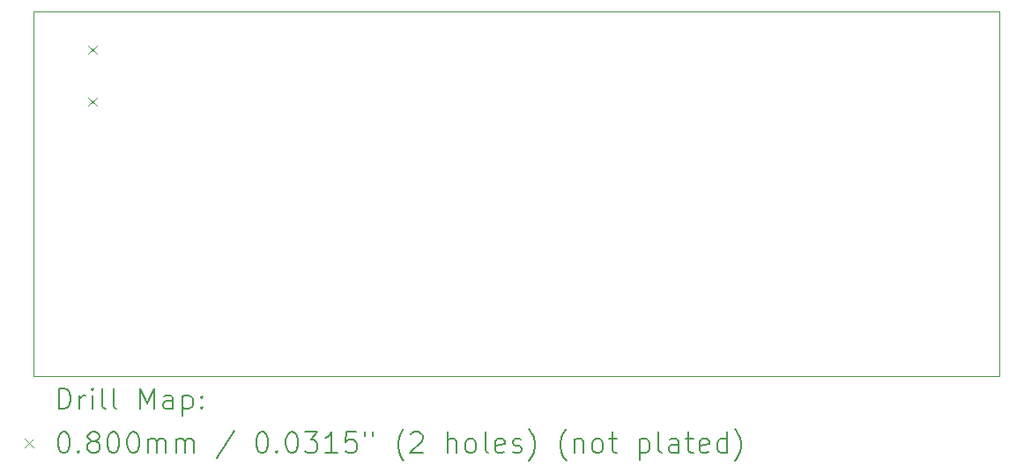
<source format=gbr>
%TF.GenerationSoftware,KiCad,Pcbnew,7.0.1*%
%TF.CreationDate,2023-04-11T18:39:18+01:00*%
%TF.ProjectId,zigbee-led-controller,7a696762-6565-42d6-9c65-642d636f6e74,1*%
%TF.SameCoordinates,Original*%
%TF.FileFunction,Drillmap*%
%TF.FilePolarity,Positive*%
%FSLAX45Y45*%
G04 Gerber Fmt 4.5, Leading zero omitted, Abs format (unit mm)*
G04 Created by KiCad (PCBNEW 7.0.1) date 2023-04-11 18:39:18*
%MOMM*%
%LPD*%
G01*
G04 APERTURE LIST*
%ADD10C,0.100000*%
%ADD11C,0.200000*%
%ADD12C,0.080000*%
G04 APERTURE END LIST*
D10*
X3525520Y-3225800D02*
X12801600Y-3225800D01*
X12801600Y-6731000D01*
X3525520Y-6731000D01*
X3525520Y-3225800D01*
D11*
D12*
X4050810Y-3555600D02*
X4130810Y-3635600D01*
X4130810Y-3555600D02*
X4050810Y-3635600D01*
X4050810Y-4055600D02*
X4130810Y-4135600D01*
X4130810Y-4055600D02*
X4050810Y-4135600D01*
D11*
X3768139Y-7048524D02*
X3768139Y-6848524D01*
X3768139Y-6848524D02*
X3815758Y-6848524D01*
X3815758Y-6848524D02*
X3844329Y-6858048D01*
X3844329Y-6858048D02*
X3863377Y-6877095D01*
X3863377Y-6877095D02*
X3872901Y-6896143D01*
X3872901Y-6896143D02*
X3882425Y-6934238D01*
X3882425Y-6934238D02*
X3882425Y-6962809D01*
X3882425Y-6962809D02*
X3872901Y-7000905D01*
X3872901Y-7000905D02*
X3863377Y-7019952D01*
X3863377Y-7019952D02*
X3844329Y-7039000D01*
X3844329Y-7039000D02*
X3815758Y-7048524D01*
X3815758Y-7048524D02*
X3768139Y-7048524D01*
X3968139Y-7048524D02*
X3968139Y-6915190D01*
X3968139Y-6953286D02*
X3977663Y-6934238D01*
X3977663Y-6934238D02*
X3987187Y-6924714D01*
X3987187Y-6924714D02*
X4006234Y-6915190D01*
X4006234Y-6915190D02*
X4025282Y-6915190D01*
X4091948Y-7048524D02*
X4091948Y-6915190D01*
X4091948Y-6848524D02*
X4082425Y-6858048D01*
X4082425Y-6858048D02*
X4091948Y-6867571D01*
X4091948Y-6867571D02*
X4101472Y-6858048D01*
X4101472Y-6858048D02*
X4091948Y-6848524D01*
X4091948Y-6848524D02*
X4091948Y-6867571D01*
X4215758Y-7048524D02*
X4196710Y-7039000D01*
X4196710Y-7039000D02*
X4187187Y-7019952D01*
X4187187Y-7019952D02*
X4187187Y-6848524D01*
X4320520Y-7048524D02*
X4301472Y-7039000D01*
X4301472Y-7039000D02*
X4291949Y-7019952D01*
X4291949Y-7019952D02*
X4291949Y-6848524D01*
X4549091Y-7048524D02*
X4549091Y-6848524D01*
X4549091Y-6848524D02*
X4615758Y-6991381D01*
X4615758Y-6991381D02*
X4682425Y-6848524D01*
X4682425Y-6848524D02*
X4682425Y-7048524D01*
X4863377Y-7048524D02*
X4863377Y-6943762D01*
X4863377Y-6943762D02*
X4853853Y-6924714D01*
X4853853Y-6924714D02*
X4834806Y-6915190D01*
X4834806Y-6915190D02*
X4796710Y-6915190D01*
X4796710Y-6915190D02*
X4777663Y-6924714D01*
X4863377Y-7039000D02*
X4844330Y-7048524D01*
X4844330Y-7048524D02*
X4796710Y-7048524D01*
X4796710Y-7048524D02*
X4777663Y-7039000D01*
X4777663Y-7039000D02*
X4768139Y-7019952D01*
X4768139Y-7019952D02*
X4768139Y-7000905D01*
X4768139Y-7000905D02*
X4777663Y-6981857D01*
X4777663Y-6981857D02*
X4796710Y-6972333D01*
X4796710Y-6972333D02*
X4844330Y-6972333D01*
X4844330Y-6972333D02*
X4863377Y-6962809D01*
X4958615Y-6915190D02*
X4958615Y-7115190D01*
X4958615Y-6924714D02*
X4977663Y-6915190D01*
X4977663Y-6915190D02*
X5015758Y-6915190D01*
X5015758Y-6915190D02*
X5034806Y-6924714D01*
X5034806Y-6924714D02*
X5044330Y-6934238D01*
X5044330Y-6934238D02*
X5053853Y-6953286D01*
X5053853Y-6953286D02*
X5053853Y-7010428D01*
X5053853Y-7010428D02*
X5044330Y-7029476D01*
X5044330Y-7029476D02*
X5034806Y-7039000D01*
X5034806Y-7039000D02*
X5015758Y-7048524D01*
X5015758Y-7048524D02*
X4977663Y-7048524D01*
X4977663Y-7048524D02*
X4958615Y-7039000D01*
X5139568Y-7029476D02*
X5149091Y-7039000D01*
X5149091Y-7039000D02*
X5139568Y-7048524D01*
X5139568Y-7048524D02*
X5130044Y-7039000D01*
X5130044Y-7039000D02*
X5139568Y-7029476D01*
X5139568Y-7029476D02*
X5139568Y-7048524D01*
X5139568Y-6924714D02*
X5149091Y-6934238D01*
X5149091Y-6934238D02*
X5139568Y-6943762D01*
X5139568Y-6943762D02*
X5130044Y-6934238D01*
X5130044Y-6934238D02*
X5139568Y-6924714D01*
X5139568Y-6924714D02*
X5139568Y-6943762D01*
D12*
X3440520Y-7336000D02*
X3520520Y-7416000D01*
X3520520Y-7336000D02*
X3440520Y-7416000D01*
D11*
X3806234Y-7268524D02*
X3825282Y-7268524D01*
X3825282Y-7268524D02*
X3844329Y-7278048D01*
X3844329Y-7278048D02*
X3853853Y-7287571D01*
X3853853Y-7287571D02*
X3863377Y-7306619D01*
X3863377Y-7306619D02*
X3872901Y-7344714D01*
X3872901Y-7344714D02*
X3872901Y-7392333D01*
X3872901Y-7392333D02*
X3863377Y-7430428D01*
X3863377Y-7430428D02*
X3853853Y-7449476D01*
X3853853Y-7449476D02*
X3844329Y-7459000D01*
X3844329Y-7459000D02*
X3825282Y-7468524D01*
X3825282Y-7468524D02*
X3806234Y-7468524D01*
X3806234Y-7468524D02*
X3787187Y-7459000D01*
X3787187Y-7459000D02*
X3777663Y-7449476D01*
X3777663Y-7449476D02*
X3768139Y-7430428D01*
X3768139Y-7430428D02*
X3758615Y-7392333D01*
X3758615Y-7392333D02*
X3758615Y-7344714D01*
X3758615Y-7344714D02*
X3768139Y-7306619D01*
X3768139Y-7306619D02*
X3777663Y-7287571D01*
X3777663Y-7287571D02*
X3787187Y-7278048D01*
X3787187Y-7278048D02*
X3806234Y-7268524D01*
X3958615Y-7449476D02*
X3968139Y-7459000D01*
X3968139Y-7459000D02*
X3958615Y-7468524D01*
X3958615Y-7468524D02*
X3949091Y-7459000D01*
X3949091Y-7459000D02*
X3958615Y-7449476D01*
X3958615Y-7449476D02*
X3958615Y-7468524D01*
X4082425Y-7354238D02*
X4063377Y-7344714D01*
X4063377Y-7344714D02*
X4053853Y-7335190D01*
X4053853Y-7335190D02*
X4044329Y-7316143D01*
X4044329Y-7316143D02*
X4044329Y-7306619D01*
X4044329Y-7306619D02*
X4053853Y-7287571D01*
X4053853Y-7287571D02*
X4063377Y-7278048D01*
X4063377Y-7278048D02*
X4082425Y-7268524D01*
X4082425Y-7268524D02*
X4120520Y-7268524D01*
X4120520Y-7268524D02*
X4139568Y-7278048D01*
X4139568Y-7278048D02*
X4149091Y-7287571D01*
X4149091Y-7287571D02*
X4158615Y-7306619D01*
X4158615Y-7306619D02*
X4158615Y-7316143D01*
X4158615Y-7316143D02*
X4149091Y-7335190D01*
X4149091Y-7335190D02*
X4139568Y-7344714D01*
X4139568Y-7344714D02*
X4120520Y-7354238D01*
X4120520Y-7354238D02*
X4082425Y-7354238D01*
X4082425Y-7354238D02*
X4063377Y-7363762D01*
X4063377Y-7363762D02*
X4053853Y-7373286D01*
X4053853Y-7373286D02*
X4044329Y-7392333D01*
X4044329Y-7392333D02*
X4044329Y-7430428D01*
X4044329Y-7430428D02*
X4053853Y-7449476D01*
X4053853Y-7449476D02*
X4063377Y-7459000D01*
X4063377Y-7459000D02*
X4082425Y-7468524D01*
X4082425Y-7468524D02*
X4120520Y-7468524D01*
X4120520Y-7468524D02*
X4139568Y-7459000D01*
X4139568Y-7459000D02*
X4149091Y-7449476D01*
X4149091Y-7449476D02*
X4158615Y-7430428D01*
X4158615Y-7430428D02*
X4158615Y-7392333D01*
X4158615Y-7392333D02*
X4149091Y-7373286D01*
X4149091Y-7373286D02*
X4139568Y-7363762D01*
X4139568Y-7363762D02*
X4120520Y-7354238D01*
X4282425Y-7268524D02*
X4301472Y-7268524D01*
X4301472Y-7268524D02*
X4320520Y-7278048D01*
X4320520Y-7278048D02*
X4330044Y-7287571D01*
X4330044Y-7287571D02*
X4339568Y-7306619D01*
X4339568Y-7306619D02*
X4349091Y-7344714D01*
X4349091Y-7344714D02*
X4349091Y-7392333D01*
X4349091Y-7392333D02*
X4339568Y-7430428D01*
X4339568Y-7430428D02*
X4330044Y-7449476D01*
X4330044Y-7449476D02*
X4320520Y-7459000D01*
X4320520Y-7459000D02*
X4301472Y-7468524D01*
X4301472Y-7468524D02*
X4282425Y-7468524D01*
X4282425Y-7468524D02*
X4263377Y-7459000D01*
X4263377Y-7459000D02*
X4253853Y-7449476D01*
X4253853Y-7449476D02*
X4244330Y-7430428D01*
X4244330Y-7430428D02*
X4234806Y-7392333D01*
X4234806Y-7392333D02*
X4234806Y-7344714D01*
X4234806Y-7344714D02*
X4244330Y-7306619D01*
X4244330Y-7306619D02*
X4253853Y-7287571D01*
X4253853Y-7287571D02*
X4263377Y-7278048D01*
X4263377Y-7278048D02*
X4282425Y-7268524D01*
X4472901Y-7268524D02*
X4491949Y-7268524D01*
X4491949Y-7268524D02*
X4510996Y-7278048D01*
X4510996Y-7278048D02*
X4520520Y-7287571D01*
X4520520Y-7287571D02*
X4530044Y-7306619D01*
X4530044Y-7306619D02*
X4539568Y-7344714D01*
X4539568Y-7344714D02*
X4539568Y-7392333D01*
X4539568Y-7392333D02*
X4530044Y-7430428D01*
X4530044Y-7430428D02*
X4520520Y-7449476D01*
X4520520Y-7449476D02*
X4510996Y-7459000D01*
X4510996Y-7459000D02*
X4491949Y-7468524D01*
X4491949Y-7468524D02*
X4472901Y-7468524D01*
X4472901Y-7468524D02*
X4453853Y-7459000D01*
X4453853Y-7459000D02*
X4444330Y-7449476D01*
X4444330Y-7449476D02*
X4434806Y-7430428D01*
X4434806Y-7430428D02*
X4425282Y-7392333D01*
X4425282Y-7392333D02*
X4425282Y-7344714D01*
X4425282Y-7344714D02*
X4434806Y-7306619D01*
X4434806Y-7306619D02*
X4444330Y-7287571D01*
X4444330Y-7287571D02*
X4453853Y-7278048D01*
X4453853Y-7278048D02*
X4472901Y-7268524D01*
X4625282Y-7468524D02*
X4625282Y-7335190D01*
X4625282Y-7354238D02*
X4634806Y-7344714D01*
X4634806Y-7344714D02*
X4653853Y-7335190D01*
X4653853Y-7335190D02*
X4682425Y-7335190D01*
X4682425Y-7335190D02*
X4701472Y-7344714D01*
X4701472Y-7344714D02*
X4710996Y-7363762D01*
X4710996Y-7363762D02*
X4710996Y-7468524D01*
X4710996Y-7363762D02*
X4720520Y-7344714D01*
X4720520Y-7344714D02*
X4739568Y-7335190D01*
X4739568Y-7335190D02*
X4768139Y-7335190D01*
X4768139Y-7335190D02*
X4787187Y-7344714D01*
X4787187Y-7344714D02*
X4796711Y-7363762D01*
X4796711Y-7363762D02*
X4796711Y-7468524D01*
X4891949Y-7468524D02*
X4891949Y-7335190D01*
X4891949Y-7354238D02*
X4901472Y-7344714D01*
X4901472Y-7344714D02*
X4920520Y-7335190D01*
X4920520Y-7335190D02*
X4949092Y-7335190D01*
X4949092Y-7335190D02*
X4968139Y-7344714D01*
X4968139Y-7344714D02*
X4977663Y-7363762D01*
X4977663Y-7363762D02*
X4977663Y-7468524D01*
X4977663Y-7363762D02*
X4987187Y-7344714D01*
X4987187Y-7344714D02*
X5006234Y-7335190D01*
X5006234Y-7335190D02*
X5034806Y-7335190D01*
X5034806Y-7335190D02*
X5053853Y-7344714D01*
X5053853Y-7344714D02*
X5063377Y-7363762D01*
X5063377Y-7363762D02*
X5063377Y-7468524D01*
X5453853Y-7259000D02*
X5282425Y-7516143D01*
X5710996Y-7268524D02*
X5730044Y-7268524D01*
X5730044Y-7268524D02*
X5749092Y-7278048D01*
X5749092Y-7278048D02*
X5758615Y-7287571D01*
X5758615Y-7287571D02*
X5768139Y-7306619D01*
X5768139Y-7306619D02*
X5777663Y-7344714D01*
X5777663Y-7344714D02*
X5777663Y-7392333D01*
X5777663Y-7392333D02*
X5768139Y-7430428D01*
X5768139Y-7430428D02*
X5758615Y-7449476D01*
X5758615Y-7449476D02*
X5749092Y-7459000D01*
X5749092Y-7459000D02*
X5730044Y-7468524D01*
X5730044Y-7468524D02*
X5710996Y-7468524D01*
X5710996Y-7468524D02*
X5691949Y-7459000D01*
X5691949Y-7459000D02*
X5682425Y-7449476D01*
X5682425Y-7449476D02*
X5672901Y-7430428D01*
X5672901Y-7430428D02*
X5663377Y-7392333D01*
X5663377Y-7392333D02*
X5663377Y-7344714D01*
X5663377Y-7344714D02*
X5672901Y-7306619D01*
X5672901Y-7306619D02*
X5682425Y-7287571D01*
X5682425Y-7287571D02*
X5691949Y-7278048D01*
X5691949Y-7278048D02*
X5710996Y-7268524D01*
X5863377Y-7449476D02*
X5872901Y-7459000D01*
X5872901Y-7459000D02*
X5863377Y-7468524D01*
X5863377Y-7468524D02*
X5853853Y-7459000D01*
X5853853Y-7459000D02*
X5863377Y-7449476D01*
X5863377Y-7449476D02*
X5863377Y-7468524D01*
X5996711Y-7268524D02*
X6015758Y-7268524D01*
X6015758Y-7268524D02*
X6034806Y-7278048D01*
X6034806Y-7278048D02*
X6044330Y-7287571D01*
X6044330Y-7287571D02*
X6053853Y-7306619D01*
X6053853Y-7306619D02*
X6063377Y-7344714D01*
X6063377Y-7344714D02*
X6063377Y-7392333D01*
X6063377Y-7392333D02*
X6053853Y-7430428D01*
X6053853Y-7430428D02*
X6044330Y-7449476D01*
X6044330Y-7449476D02*
X6034806Y-7459000D01*
X6034806Y-7459000D02*
X6015758Y-7468524D01*
X6015758Y-7468524D02*
X5996711Y-7468524D01*
X5996711Y-7468524D02*
X5977663Y-7459000D01*
X5977663Y-7459000D02*
X5968139Y-7449476D01*
X5968139Y-7449476D02*
X5958615Y-7430428D01*
X5958615Y-7430428D02*
X5949092Y-7392333D01*
X5949092Y-7392333D02*
X5949092Y-7344714D01*
X5949092Y-7344714D02*
X5958615Y-7306619D01*
X5958615Y-7306619D02*
X5968139Y-7287571D01*
X5968139Y-7287571D02*
X5977663Y-7278048D01*
X5977663Y-7278048D02*
X5996711Y-7268524D01*
X6130044Y-7268524D02*
X6253853Y-7268524D01*
X6253853Y-7268524D02*
X6187187Y-7344714D01*
X6187187Y-7344714D02*
X6215758Y-7344714D01*
X6215758Y-7344714D02*
X6234806Y-7354238D01*
X6234806Y-7354238D02*
X6244330Y-7363762D01*
X6244330Y-7363762D02*
X6253853Y-7382809D01*
X6253853Y-7382809D02*
X6253853Y-7430428D01*
X6253853Y-7430428D02*
X6244330Y-7449476D01*
X6244330Y-7449476D02*
X6234806Y-7459000D01*
X6234806Y-7459000D02*
X6215758Y-7468524D01*
X6215758Y-7468524D02*
X6158615Y-7468524D01*
X6158615Y-7468524D02*
X6139568Y-7459000D01*
X6139568Y-7459000D02*
X6130044Y-7449476D01*
X6444330Y-7468524D02*
X6330044Y-7468524D01*
X6387187Y-7468524D02*
X6387187Y-7268524D01*
X6387187Y-7268524D02*
X6368139Y-7297095D01*
X6368139Y-7297095D02*
X6349092Y-7316143D01*
X6349092Y-7316143D02*
X6330044Y-7325667D01*
X6625282Y-7268524D02*
X6530044Y-7268524D01*
X6530044Y-7268524D02*
X6520520Y-7363762D01*
X6520520Y-7363762D02*
X6530044Y-7354238D01*
X6530044Y-7354238D02*
X6549092Y-7344714D01*
X6549092Y-7344714D02*
X6596711Y-7344714D01*
X6596711Y-7344714D02*
X6615758Y-7354238D01*
X6615758Y-7354238D02*
X6625282Y-7363762D01*
X6625282Y-7363762D02*
X6634806Y-7382809D01*
X6634806Y-7382809D02*
X6634806Y-7430428D01*
X6634806Y-7430428D02*
X6625282Y-7449476D01*
X6625282Y-7449476D02*
X6615758Y-7459000D01*
X6615758Y-7459000D02*
X6596711Y-7468524D01*
X6596711Y-7468524D02*
X6549092Y-7468524D01*
X6549092Y-7468524D02*
X6530044Y-7459000D01*
X6530044Y-7459000D02*
X6520520Y-7449476D01*
X6710996Y-7268524D02*
X6710996Y-7306619D01*
X6787187Y-7268524D02*
X6787187Y-7306619D01*
X7082425Y-7544714D02*
X7072901Y-7535190D01*
X7072901Y-7535190D02*
X7053854Y-7506619D01*
X7053854Y-7506619D02*
X7044330Y-7487571D01*
X7044330Y-7487571D02*
X7034806Y-7459000D01*
X7034806Y-7459000D02*
X7025282Y-7411381D01*
X7025282Y-7411381D02*
X7025282Y-7373286D01*
X7025282Y-7373286D02*
X7034806Y-7325667D01*
X7034806Y-7325667D02*
X7044330Y-7297095D01*
X7044330Y-7297095D02*
X7053854Y-7278048D01*
X7053854Y-7278048D02*
X7072901Y-7249476D01*
X7072901Y-7249476D02*
X7082425Y-7239952D01*
X7149092Y-7287571D02*
X7158615Y-7278048D01*
X7158615Y-7278048D02*
X7177663Y-7268524D01*
X7177663Y-7268524D02*
X7225282Y-7268524D01*
X7225282Y-7268524D02*
X7244330Y-7278048D01*
X7244330Y-7278048D02*
X7253854Y-7287571D01*
X7253854Y-7287571D02*
X7263377Y-7306619D01*
X7263377Y-7306619D02*
X7263377Y-7325667D01*
X7263377Y-7325667D02*
X7253854Y-7354238D01*
X7253854Y-7354238D02*
X7139568Y-7468524D01*
X7139568Y-7468524D02*
X7263377Y-7468524D01*
X7501473Y-7468524D02*
X7501473Y-7268524D01*
X7587187Y-7468524D02*
X7587187Y-7363762D01*
X7587187Y-7363762D02*
X7577663Y-7344714D01*
X7577663Y-7344714D02*
X7558616Y-7335190D01*
X7558616Y-7335190D02*
X7530044Y-7335190D01*
X7530044Y-7335190D02*
X7510996Y-7344714D01*
X7510996Y-7344714D02*
X7501473Y-7354238D01*
X7710996Y-7468524D02*
X7691949Y-7459000D01*
X7691949Y-7459000D02*
X7682425Y-7449476D01*
X7682425Y-7449476D02*
X7672901Y-7430428D01*
X7672901Y-7430428D02*
X7672901Y-7373286D01*
X7672901Y-7373286D02*
X7682425Y-7354238D01*
X7682425Y-7354238D02*
X7691949Y-7344714D01*
X7691949Y-7344714D02*
X7710996Y-7335190D01*
X7710996Y-7335190D02*
X7739568Y-7335190D01*
X7739568Y-7335190D02*
X7758616Y-7344714D01*
X7758616Y-7344714D02*
X7768139Y-7354238D01*
X7768139Y-7354238D02*
X7777663Y-7373286D01*
X7777663Y-7373286D02*
X7777663Y-7430428D01*
X7777663Y-7430428D02*
X7768139Y-7449476D01*
X7768139Y-7449476D02*
X7758616Y-7459000D01*
X7758616Y-7459000D02*
X7739568Y-7468524D01*
X7739568Y-7468524D02*
X7710996Y-7468524D01*
X7891949Y-7468524D02*
X7872901Y-7459000D01*
X7872901Y-7459000D02*
X7863377Y-7439952D01*
X7863377Y-7439952D02*
X7863377Y-7268524D01*
X8044330Y-7459000D02*
X8025282Y-7468524D01*
X8025282Y-7468524D02*
X7987187Y-7468524D01*
X7987187Y-7468524D02*
X7968139Y-7459000D01*
X7968139Y-7459000D02*
X7958616Y-7439952D01*
X7958616Y-7439952D02*
X7958616Y-7363762D01*
X7958616Y-7363762D02*
X7968139Y-7344714D01*
X7968139Y-7344714D02*
X7987187Y-7335190D01*
X7987187Y-7335190D02*
X8025282Y-7335190D01*
X8025282Y-7335190D02*
X8044330Y-7344714D01*
X8044330Y-7344714D02*
X8053854Y-7363762D01*
X8053854Y-7363762D02*
X8053854Y-7382809D01*
X8053854Y-7382809D02*
X7958616Y-7401857D01*
X8130044Y-7459000D02*
X8149092Y-7468524D01*
X8149092Y-7468524D02*
X8187187Y-7468524D01*
X8187187Y-7468524D02*
X8206235Y-7459000D01*
X8206235Y-7459000D02*
X8215758Y-7439952D01*
X8215758Y-7439952D02*
X8215758Y-7430428D01*
X8215758Y-7430428D02*
X8206235Y-7411381D01*
X8206235Y-7411381D02*
X8187187Y-7401857D01*
X8187187Y-7401857D02*
X8158616Y-7401857D01*
X8158616Y-7401857D02*
X8139568Y-7392333D01*
X8139568Y-7392333D02*
X8130044Y-7373286D01*
X8130044Y-7373286D02*
X8130044Y-7363762D01*
X8130044Y-7363762D02*
X8139568Y-7344714D01*
X8139568Y-7344714D02*
X8158616Y-7335190D01*
X8158616Y-7335190D02*
X8187187Y-7335190D01*
X8187187Y-7335190D02*
X8206235Y-7344714D01*
X8282425Y-7544714D02*
X8291949Y-7535190D01*
X8291949Y-7535190D02*
X8310997Y-7506619D01*
X8310997Y-7506619D02*
X8320520Y-7487571D01*
X8320520Y-7487571D02*
X8330044Y-7459000D01*
X8330044Y-7459000D02*
X8339568Y-7411381D01*
X8339568Y-7411381D02*
X8339568Y-7373286D01*
X8339568Y-7373286D02*
X8330044Y-7325667D01*
X8330044Y-7325667D02*
X8320520Y-7297095D01*
X8320520Y-7297095D02*
X8310997Y-7278048D01*
X8310997Y-7278048D02*
X8291949Y-7249476D01*
X8291949Y-7249476D02*
X8282425Y-7239952D01*
X8644330Y-7544714D02*
X8634806Y-7535190D01*
X8634806Y-7535190D02*
X8615759Y-7506619D01*
X8615759Y-7506619D02*
X8606235Y-7487571D01*
X8606235Y-7487571D02*
X8596711Y-7459000D01*
X8596711Y-7459000D02*
X8587187Y-7411381D01*
X8587187Y-7411381D02*
X8587187Y-7373286D01*
X8587187Y-7373286D02*
X8596711Y-7325667D01*
X8596711Y-7325667D02*
X8606235Y-7297095D01*
X8606235Y-7297095D02*
X8615759Y-7278048D01*
X8615759Y-7278048D02*
X8634806Y-7249476D01*
X8634806Y-7249476D02*
X8644330Y-7239952D01*
X8720520Y-7335190D02*
X8720520Y-7468524D01*
X8720520Y-7354238D02*
X8730044Y-7344714D01*
X8730044Y-7344714D02*
X8749092Y-7335190D01*
X8749092Y-7335190D02*
X8777663Y-7335190D01*
X8777663Y-7335190D02*
X8796711Y-7344714D01*
X8796711Y-7344714D02*
X8806235Y-7363762D01*
X8806235Y-7363762D02*
X8806235Y-7468524D01*
X8930044Y-7468524D02*
X8910997Y-7459000D01*
X8910997Y-7459000D02*
X8901473Y-7449476D01*
X8901473Y-7449476D02*
X8891949Y-7430428D01*
X8891949Y-7430428D02*
X8891949Y-7373286D01*
X8891949Y-7373286D02*
X8901473Y-7354238D01*
X8901473Y-7354238D02*
X8910997Y-7344714D01*
X8910997Y-7344714D02*
X8930044Y-7335190D01*
X8930044Y-7335190D02*
X8958616Y-7335190D01*
X8958616Y-7335190D02*
X8977663Y-7344714D01*
X8977663Y-7344714D02*
X8987187Y-7354238D01*
X8987187Y-7354238D02*
X8996711Y-7373286D01*
X8996711Y-7373286D02*
X8996711Y-7430428D01*
X8996711Y-7430428D02*
X8987187Y-7449476D01*
X8987187Y-7449476D02*
X8977663Y-7459000D01*
X8977663Y-7459000D02*
X8958616Y-7468524D01*
X8958616Y-7468524D02*
X8930044Y-7468524D01*
X9053854Y-7335190D02*
X9130044Y-7335190D01*
X9082425Y-7268524D02*
X9082425Y-7439952D01*
X9082425Y-7439952D02*
X9091949Y-7459000D01*
X9091949Y-7459000D02*
X9110997Y-7468524D01*
X9110997Y-7468524D02*
X9130044Y-7468524D01*
X9349092Y-7335190D02*
X9349092Y-7535190D01*
X9349092Y-7344714D02*
X9368140Y-7335190D01*
X9368140Y-7335190D02*
X9406235Y-7335190D01*
X9406235Y-7335190D02*
X9425282Y-7344714D01*
X9425282Y-7344714D02*
X9434806Y-7354238D01*
X9434806Y-7354238D02*
X9444330Y-7373286D01*
X9444330Y-7373286D02*
X9444330Y-7430428D01*
X9444330Y-7430428D02*
X9434806Y-7449476D01*
X9434806Y-7449476D02*
X9425282Y-7459000D01*
X9425282Y-7459000D02*
X9406235Y-7468524D01*
X9406235Y-7468524D02*
X9368140Y-7468524D01*
X9368140Y-7468524D02*
X9349092Y-7459000D01*
X9558616Y-7468524D02*
X9539568Y-7459000D01*
X9539568Y-7459000D02*
X9530044Y-7439952D01*
X9530044Y-7439952D02*
X9530044Y-7268524D01*
X9720521Y-7468524D02*
X9720521Y-7363762D01*
X9720521Y-7363762D02*
X9710997Y-7344714D01*
X9710997Y-7344714D02*
X9691949Y-7335190D01*
X9691949Y-7335190D02*
X9653854Y-7335190D01*
X9653854Y-7335190D02*
X9634806Y-7344714D01*
X9720521Y-7459000D02*
X9701473Y-7468524D01*
X9701473Y-7468524D02*
X9653854Y-7468524D01*
X9653854Y-7468524D02*
X9634806Y-7459000D01*
X9634806Y-7459000D02*
X9625282Y-7439952D01*
X9625282Y-7439952D02*
X9625282Y-7420905D01*
X9625282Y-7420905D02*
X9634806Y-7401857D01*
X9634806Y-7401857D02*
X9653854Y-7392333D01*
X9653854Y-7392333D02*
X9701473Y-7392333D01*
X9701473Y-7392333D02*
X9720521Y-7382809D01*
X9787187Y-7335190D02*
X9863378Y-7335190D01*
X9815759Y-7268524D02*
X9815759Y-7439952D01*
X9815759Y-7439952D02*
X9825282Y-7459000D01*
X9825282Y-7459000D02*
X9844330Y-7468524D01*
X9844330Y-7468524D02*
X9863378Y-7468524D01*
X10006235Y-7459000D02*
X9987187Y-7468524D01*
X9987187Y-7468524D02*
X9949092Y-7468524D01*
X9949092Y-7468524D02*
X9930044Y-7459000D01*
X9930044Y-7459000D02*
X9920521Y-7439952D01*
X9920521Y-7439952D02*
X9920521Y-7363762D01*
X9920521Y-7363762D02*
X9930044Y-7344714D01*
X9930044Y-7344714D02*
X9949092Y-7335190D01*
X9949092Y-7335190D02*
X9987187Y-7335190D01*
X9987187Y-7335190D02*
X10006235Y-7344714D01*
X10006235Y-7344714D02*
X10015759Y-7363762D01*
X10015759Y-7363762D02*
X10015759Y-7382809D01*
X10015759Y-7382809D02*
X9920521Y-7401857D01*
X10187187Y-7468524D02*
X10187187Y-7268524D01*
X10187187Y-7459000D02*
X10168140Y-7468524D01*
X10168140Y-7468524D02*
X10130044Y-7468524D01*
X10130044Y-7468524D02*
X10110997Y-7459000D01*
X10110997Y-7459000D02*
X10101473Y-7449476D01*
X10101473Y-7449476D02*
X10091949Y-7430428D01*
X10091949Y-7430428D02*
X10091949Y-7373286D01*
X10091949Y-7373286D02*
X10101473Y-7354238D01*
X10101473Y-7354238D02*
X10110997Y-7344714D01*
X10110997Y-7344714D02*
X10130044Y-7335190D01*
X10130044Y-7335190D02*
X10168140Y-7335190D01*
X10168140Y-7335190D02*
X10187187Y-7344714D01*
X10263378Y-7544714D02*
X10272902Y-7535190D01*
X10272902Y-7535190D02*
X10291949Y-7506619D01*
X10291949Y-7506619D02*
X10301473Y-7487571D01*
X10301473Y-7487571D02*
X10310997Y-7459000D01*
X10310997Y-7459000D02*
X10320521Y-7411381D01*
X10320521Y-7411381D02*
X10320521Y-7373286D01*
X10320521Y-7373286D02*
X10310997Y-7325667D01*
X10310997Y-7325667D02*
X10301473Y-7297095D01*
X10301473Y-7297095D02*
X10291949Y-7278048D01*
X10291949Y-7278048D02*
X10272902Y-7249476D01*
X10272902Y-7249476D02*
X10263378Y-7239952D01*
M02*

</source>
